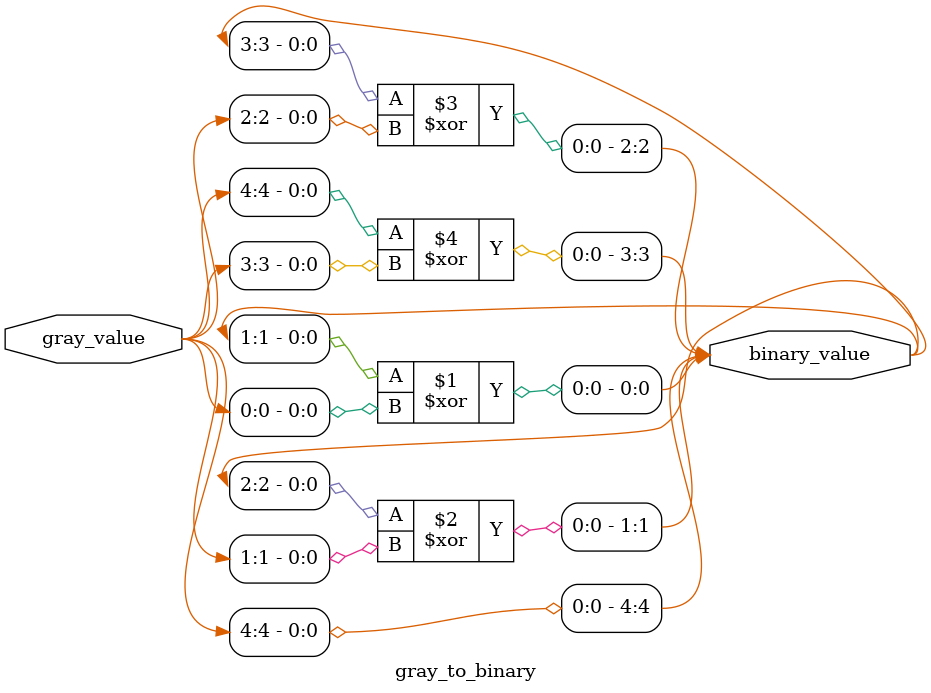
<source format=v>

module gray_to_binary #(parameter PTR=4)
       (gray_value,
		 binary_value
		 );
input [PTR:0]gray_value;
output [PTR:0]binary_value;
wire [PTR:0]binary_value;
		 
		

assign binary_value[PTR]=gray_value[PTR];
genvar i;
generate for (i=0;i<(PTR);i=i+1)begin :binary_gray

assign binary_value[i]=binary_value[i+1]^gray_value[i];
end
endgenerate

assign binary_value[PTR]=gray_value[PTR];
endmodule

</source>
